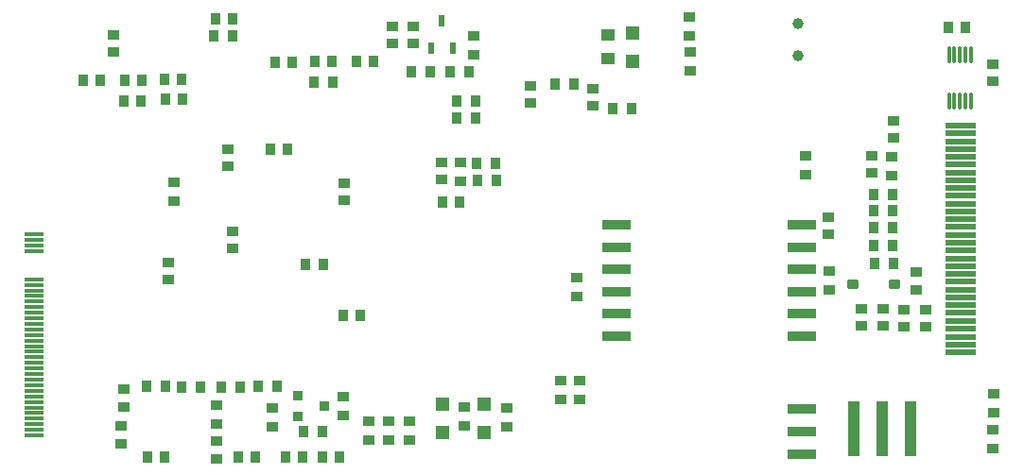
<source format=gbp>
G04*
G04 #@! TF.GenerationSoftware,Altium Limited,Altium Designer,20.0.13 (296)*
G04*
G04 Layer_Color=128*
%FSLAX25Y25*%
%MOIN*%
G70*
G01*
G75*
%ADD23C,0.03937*%
%ADD26R,0.03937X0.19685*%
%ADD31R,0.03858X0.03661*%
%ADD34R,0.03543X0.03937*%
%ADD40R,0.03661X0.03858*%
%ADD45R,0.06693X0.01339*%
%ADD47R,0.03937X0.03543*%
%ADD56R,0.05000X0.04000*%
%ADD117R,0.05000X0.05000*%
%ADD118O,0.01102X0.06378*%
G04:AMPARAMS|DCode=120|XSize=31.5mil|YSize=39.37mil|CornerRadius=3.94mil|HoleSize=0mil|Usage=FLASHONLY|Rotation=90.000|XOffset=0mil|YOffset=0mil|HoleType=Round|Shape=RoundedRectangle|*
%AMROUNDEDRECTD120*
21,1,0.03150,0.03150,0,0,90.0*
21,1,0.02362,0.03937,0,0,90.0*
1,1,0.00787,0.01575,0.01181*
1,1,0.00787,0.01575,-0.01181*
1,1,0.00787,-0.01575,-0.01181*
1,1,0.00787,-0.01575,0.01181*
%
%ADD120ROUNDEDRECTD120*%
%ADD121R,0.10236X0.03543*%
%ADD122R,0.02362X0.04213*%
%ADD123R,0.03740X0.03543*%
%ADD124R,0.03740X0.03543*%
%ADD127R,0.10640X0.02370*%
D23*
X274028Y149144D02*
D03*
Y137592D02*
D03*
D26*
X313528Y6144D02*
D03*
X303528D02*
D03*
X293528D02*
D03*
D31*
X32528Y139081D02*
D03*
Y145144D02*
D03*
X138280Y148175D02*
D03*
Y142112D02*
D03*
X130789Y148072D02*
D03*
Y142009D02*
D03*
X342528Y134676D02*
D03*
Y128612D02*
D03*
X179528Y127144D02*
D03*
Y121081D02*
D03*
X201603Y120112D02*
D03*
Y126175D02*
D03*
X148224Y100160D02*
D03*
Y94097D02*
D03*
X284528Y80676D02*
D03*
Y74613D02*
D03*
X36285Y19858D02*
D03*
Y13794D02*
D03*
X52028Y58644D02*
D03*
Y64707D02*
D03*
X73042Y98679D02*
D03*
Y104742D02*
D03*
X114028Y92707D02*
D03*
Y86644D02*
D03*
X69028Y1570D02*
D03*
Y-4493D02*
D03*
X296136Y48269D02*
D03*
Y42206D02*
D03*
X74528Y69612D02*
D03*
Y75675D02*
D03*
X311379Y48148D02*
D03*
Y42085D02*
D03*
X304023Y48269D02*
D03*
Y42206D02*
D03*
X318968Y48081D02*
D03*
Y42018D02*
D03*
X315440Y61195D02*
D03*
Y55132D02*
D03*
X307528Y108613D02*
D03*
Y114676D02*
D03*
X300070Y102510D02*
D03*
Y96447D02*
D03*
X35266Y6865D02*
D03*
Y802D02*
D03*
D34*
X44258Y21167D02*
D03*
X50951D02*
D03*
X167528Y93644D02*
D03*
X160835D02*
D03*
X144225Y132110D02*
D03*
X137532Y132110D02*
D03*
X74528Y144644D02*
D03*
X67835Y144644D02*
D03*
X109875Y128340D02*
D03*
X103182D02*
D03*
X300681Y83145D02*
D03*
X307374D02*
D03*
X300677Y88786D02*
D03*
X307369D02*
D03*
X307510Y64318D02*
D03*
X300817D02*
D03*
X215221Y119144D02*
D03*
X208528D02*
D03*
X160138Y115642D02*
D03*
X153445D02*
D03*
X151375Y132110D02*
D03*
X158068Y132111D02*
D03*
X167375Y99643D02*
D03*
X160682D02*
D03*
X300684Y70568D02*
D03*
X307376D02*
D03*
X307370Y76881D02*
D03*
X300677D02*
D03*
X56665Y20851D02*
D03*
X63358D02*
D03*
X83654Y20999D02*
D03*
X90347D02*
D03*
X70646Y20849D02*
D03*
X77339D02*
D03*
X194949Y127645D02*
D03*
X188256D02*
D03*
X160375Y121643D02*
D03*
X153682Y121643D02*
D03*
X106319Y4873D02*
D03*
X99626D02*
D03*
D40*
X44497Y-3856D02*
D03*
X50560D02*
D03*
X118175Y135644D02*
D03*
X124238D02*
D03*
X103496Y135644D02*
D03*
X109559D02*
D03*
X28034Y128892D02*
D03*
X21971D02*
D03*
X36261Y121644D02*
D03*
X42324D02*
D03*
X93146Y-3856D02*
D03*
X99209D02*
D03*
X112209D02*
D03*
X106146D02*
D03*
X74548Y150622D02*
D03*
X68485D02*
D03*
X42604Y128891D02*
D03*
X36541D02*
D03*
X50882Y122278D02*
D03*
X56945D02*
D03*
X326997Y147644D02*
D03*
X333060D02*
D03*
X113497Y46144D02*
D03*
X119559D02*
D03*
X95693Y135254D02*
D03*
X89630D02*
D03*
X87997Y104644D02*
D03*
X94059D02*
D03*
X106422Y63869D02*
D03*
X100359D02*
D03*
X82591Y-3856D02*
D03*
X76528D02*
D03*
X154560Y86144D02*
D03*
X148497D02*
D03*
X56627Y129406D02*
D03*
X50564D02*
D03*
D45*
X4527Y3661D02*
D03*
X4528Y5627D02*
D03*
Y7595D02*
D03*
Y9564D02*
D03*
Y11532D02*
D03*
Y13501D02*
D03*
Y15469D02*
D03*
Y17438D02*
D03*
Y19406D02*
D03*
X4530Y21383D02*
D03*
X4528Y23343D02*
D03*
Y25312D02*
D03*
Y27280D02*
D03*
Y29249D02*
D03*
Y31217D02*
D03*
Y33186D02*
D03*
Y35154D02*
D03*
Y37123D02*
D03*
Y39091D02*
D03*
Y41060D02*
D03*
X4530Y43022D02*
D03*
X4528Y44997D02*
D03*
Y46965D02*
D03*
Y48934D02*
D03*
Y50902D02*
D03*
Y52871D02*
D03*
Y54839D02*
D03*
Y56808D02*
D03*
Y58776D02*
D03*
Y68619D02*
D03*
Y70587D02*
D03*
Y72556D02*
D03*
Y74524D02*
D03*
D47*
X171179Y13491D02*
D03*
Y6798D02*
D03*
X156178Y13565D02*
D03*
Y6872D02*
D03*
X68982Y7721D02*
D03*
Y14414D02*
D03*
X88513Y6571D02*
D03*
Y13264D02*
D03*
X236029Y138991D02*
D03*
Y132298D02*
D03*
X155028Y100144D02*
D03*
Y93451D02*
D03*
X306977Y95306D02*
D03*
Y101999D02*
D03*
X285079Y61844D02*
D03*
Y55151D02*
D03*
X343027Y11797D02*
D03*
Y18490D02*
D03*
X196029Y59491D02*
D03*
Y52798D02*
D03*
X136767Y1972D02*
D03*
Y8664D02*
D03*
X122571D02*
D03*
Y1972D02*
D03*
X129666Y8664D02*
D03*
Y1972D02*
D03*
X159528Y138144D02*
D03*
Y144837D02*
D03*
X342528Y-1049D02*
D03*
Y5644D02*
D03*
X197029Y22991D02*
D03*
Y16298D02*
D03*
X190217Y22991D02*
D03*
Y16298D02*
D03*
X235527Y151490D02*
D03*
Y144797D02*
D03*
X276527Y102490D02*
D03*
Y95797D02*
D03*
X54027Y92990D02*
D03*
X54027Y86297D02*
D03*
X113703Y17219D02*
D03*
Y10526D02*
D03*
D56*
X207028Y145144D02*
D03*
Y136644D02*
D03*
D117*
X163178Y14644D02*
D03*
Y4644D02*
D03*
X215528Y145644D02*
D03*
Y135644D02*
D03*
X148448Y4644D02*
D03*
Y14644D02*
D03*
D118*
X334965Y121530D02*
D03*
X332996D02*
D03*
X331028D02*
D03*
X329059D02*
D03*
X327091D02*
D03*
X334965Y138144D02*
D03*
X332996D02*
D03*
X331028D02*
D03*
X329059D02*
D03*
X327091D02*
D03*
D120*
X293196Y56953D02*
D03*
X307763D02*
D03*
D121*
X275260Y38644D02*
D03*
Y54392D02*
D03*
X210028Y78014D02*
D03*
X275260Y62266D02*
D03*
Y70140D02*
D03*
X210028D02*
D03*
Y54392D02*
D03*
Y46518D02*
D03*
Y62266D02*
D03*
X275260Y46518D02*
D03*
Y-2823D02*
D03*
Y12925D02*
D03*
X210028Y38644D02*
D03*
X275260Y78014D02*
D03*
Y5051D02*
D03*
D122*
X148376Y149963D02*
D03*
X144636Y140239D02*
D03*
X152116D02*
D03*
D123*
X106805Y14063D02*
D03*
X97553Y10323D02*
D03*
D124*
Y17803D02*
D03*
D127*
X331250Y68935D02*
D03*
Y66175D02*
D03*
Y74445D02*
D03*
Y77195D02*
D03*
Y96495D02*
D03*
Y93735D02*
D03*
Y90975D02*
D03*
Y88225D02*
D03*
Y85465D02*
D03*
Y99245D02*
D03*
Y49635D02*
D03*
Y60665D02*
D03*
Y63415D02*
D03*
Y46885D02*
D03*
Y55155D02*
D03*
Y79955D02*
D03*
Y82715D02*
D03*
Y71685D02*
D03*
Y32985D02*
D03*
Y57905D02*
D03*
Y110265D02*
D03*
Y113025D02*
D03*
Y52395D02*
D03*
Y107515D02*
D03*
Y104755D02*
D03*
Y38495D02*
D03*
Y41255D02*
D03*
Y35735D02*
D03*
Y44005D02*
D03*
Y102005D02*
D03*
M02*

</source>
